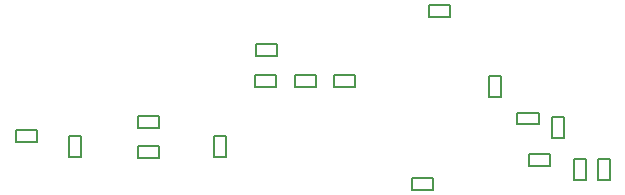
<source format=gm1>
G04*
G04 #@! TF.GenerationSoftware,Altium Limited,Altium Designer,20.1.7 (139)*
G04*
G04 Layer_Color=16711935*
%FSLAX43Y43*%
%MOMM*%
G71*
G04*
G04 #@! TF.SameCoordinates,6177D0A9-487A-4126-AA2D-7D1D30F1A86E*
G04*
G04*
G04 #@! TF.FilePolarity,Positive*
G04*
G01*
G75*
%ADD13C,0.127*%
D13*
X60862Y28460D02*
Y29460D01*
X62662Y28460D02*
Y29460D01*
X60862Y28460D02*
X62662D01*
X60862Y29460D02*
X62662D01*
X39508Y37727D02*
Y38727D01*
X37708Y37727D02*
Y38727D01*
X39508D01*
X37708Y37727D02*
X39508D01*
X41025Y35089D02*
X42825D01*
X41025Y36089D02*
X42825D01*
X41025Y35089D02*
Y36089D01*
X42825Y35089D02*
Y36089D01*
X46152Y35089D02*
Y36089D01*
X44352Y35089D02*
Y36089D01*
X46152D01*
X44352Y35089D02*
X46152D01*
X52756Y26428D02*
Y27428D01*
X50956Y26428D02*
Y27428D01*
X52756D01*
X50956Y26428D02*
X52756D01*
X27715Y29120D02*
Y30120D01*
X29515Y29120D02*
Y30120D01*
X27715Y29120D02*
X29515D01*
X27715Y30120D02*
X29515D01*
X37669Y35089D02*
Y36089D01*
X39469Y35089D02*
Y36089D01*
X37669Y35089D02*
X39469D01*
X37669Y36089D02*
X39469D01*
X34211Y29177D02*
X35211D01*
X34211Y30977D02*
X35211D01*
Y29177D02*
Y30977D01*
X34211Y29177D02*
Y30977D01*
X17388Y30488D02*
Y31488D01*
X19188Y30488D02*
Y31488D01*
X17388Y30488D02*
X19188D01*
X17388Y31488D02*
X19188D01*
X52404Y41033D02*
Y42033D01*
X54204Y41033D02*
Y42033D01*
X52404Y41033D02*
X54204D01*
X52404Y42033D02*
X54204D01*
X27715Y31660D02*
Y32660D01*
X29515Y31660D02*
Y32660D01*
X27715Y31660D02*
X29515D01*
X27715Y32660D02*
X29515D01*
X21892Y29203D02*
X22892D01*
X21892Y31003D02*
X22892D01*
Y29203D02*
Y31003D01*
X21892Y29203D02*
Y31003D01*
X64640Y27222D02*
X65640D01*
X64640Y29022D02*
X65640D01*
Y27222D02*
Y29022D01*
X64640Y27222D02*
Y29022D01*
X66698D02*
X67698D01*
X66698Y27222D02*
X67698D01*
X66698D02*
Y29022D01*
X67698Y27222D02*
Y29022D01*
X59871Y31940D02*
Y32940D01*
X61671Y31940D02*
Y32940D01*
X59871Y31940D02*
X61671D01*
X59871Y32940D02*
X61671D01*
X57452Y36029D02*
X58452D01*
X57452Y34229D02*
X58452D01*
X57452D02*
Y36029D01*
X58452Y34229D02*
Y36029D01*
X62837Y30803D02*
X63837D01*
X62837Y32603D02*
X63837D01*
Y30803D02*
Y32603D01*
X62837Y30803D02*
Y32603D01*
M02*

</source>
